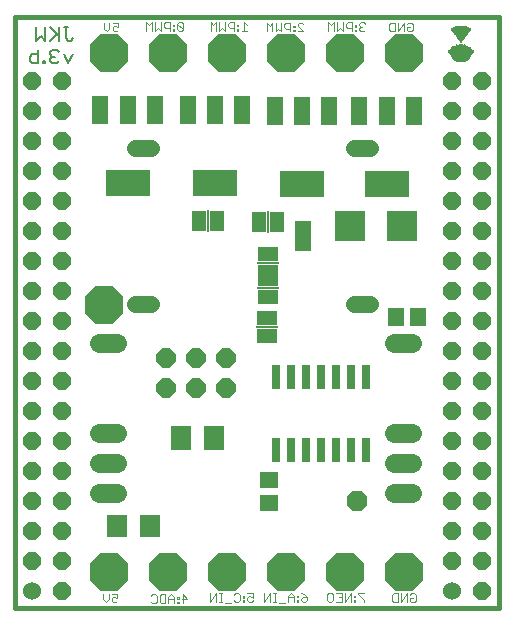
<source format=gbs>
G75*
%MOIN*%
%OFA0B0*%
%FSLAX24Y24*%
%IPPOS*%
%LPD*%
%AMOC8*
5,1,8,0,0,1.08239X$1,22.5*
%
%ADD10C,0.0160*%
%ADD11C,0.0030*%
%ADD12C,0.0060*%
%ADD13OC8,0.0640*%
%ADD14R,0.0520X0.0920*%
%ADD15R,0.1457X0.0906*%
%ADD16OC8,0.1290*%
%ADD17OC8,0.0670*%
%ADD18R,0.0670X0.0827*%
%ADD19R,0.0552X0.0631*%
%ADD20C,0.0600*%
%ADD21OC8,0.0600*%
%ADD22R,0.0540X0.1040*%
%ADD23R,0.0670X0.0749*%
%ADD24R,0.0300X0.0840*%
%ADD25R,0.0631X0.0552*%
%ADD26R,0.0500X0.0670*%
%ADD27R,0.0060X0.0720*%
%ADD28R,0.0670X0.0500*%
%ADD29R,0.0720X0.0060*%
%ADD30R,0.0312X0.0004*%
%ADD31R,0.0344X0.0004*%
%ADD32R,0.0368X0.0004*%
%ADD33R,0.0392X0.0004*%
%ADD34R,0.0408X0.0004*%
%ADD35R,0.0424X0.0004*%
%ADD36R,0.0432X0.0004*%
%ADD37R,0.0448X0.0004*%
%ADD38R,0.0456X0.0004*%
%ADD39R,0.0472X0.0004*%
%ADD40R,0.0480X0.0004*%
%ADD41R,0.0488X0.0004*%
%ADD42R,0.0496X0.0004*%
%ADD43R,0.0504X0.0004*%
%ADD44R,0.0512X0.0004*%
%ADD45R,0.0520X0.0004*%
%ADD46R,0.0528X0.0004*%
%ADD47R,0.0536X0.0004*%
%ADD48R,0.0536X0.0004*%
%ADD49R,0.0544X0.0004*%
%ADD50R,0.0552X0.0004*%
%ADD51R,0.0560X0.0004*%
%ADD52R,0.0560X0.0004*%
%ADD53R,0.0568X0.0004*%
%ADD54R,0.0576X0.0004*%
%ADD55R,0.0584X0.0004*%
%ADD56R,0.0592X0.0004*%
%ADD57R,0.0592X0.0004*%
%ADD58R,0.0600X0.0004*%
%ADD59R,0.0608X0.0004*%
%ADD60R,0.0608X0.0004*%
%ADD61R,0.0616X0.0004*%
%ADD62R,0.0624X0.0004*%
%ADD63R,0.0632X0.0004*%
%ADD64R,0.0632X0.0004*%
%ADD65R,0.0640X0.0004*%
%ADD66R,0.0648X0.0004*%
%ADD67R,0.0648X0.0004*%
%ADD68R,0.0656X0.0004*%
%ADD69R,0.0664X0.0004*%
%ADD70R,0.0664X0.0004*%
%ADD71R,0.0672X0.0004*%
%ADD72R,0.0680X0.0004*%
%ADD73R,0.0680X0.0004*%
%ADD74R,0.0688X0.0004*%
%ADD75R,0.0696X0.0004*%
%ADD76R,0.0700X0.0004*%
%ADD77R,0.0708X0.0004*%
%ADD78R,0.0716X0.0004*%
%ADD79R,0.0720X0.0004*%
%ADD80R,0.0720X0.0004*%
%ADD81R,0.0724X0.0004*%
%ADD82R,0.0808X0.0004*%
%ADD83R,0.0824X0.0004*%
%ADD84R,0.0832X0.0004*%
%ADD85R,0.0840X0.0004*%
%ADD86R,0.0848X0.0004*%
%ADD87R,0.0856X0.0004*%
%ADD88R,0.0860X0.0004*%
%ADD89R,0.0864X0.0004*%
%ADD90R,0.0864X0.0004*%
%ADD91R,0.0868X0.0004*%
%ADD92R,0.0872X0.0004*%
%ADD93R,0.0872X0.0004*%
%ADD94R,0.0860X0.0004*%
%ADD95R,0.0832X0.0004*%
%ADD96R,0.0824X0.0004*%
%ADD97R,0.0708X0.0004*%
%ADD98R,0.0712X0.0004*%
%ADD99R,0.0712X0.0004*%
%ADD100R,0.0700X0.0004*%
%ADD101R,0.0696X0.0004*%
%ADD102R,0.0692X0.0004*%
%ADD103R,0.0668X0.0004*%
%ADD104R,0.0660X0.0004*%
%ADD105R,0.0452X0.0004*%
%ADD106R,0.0188X0.0004*%
%ADD107R,0.0448X0.0004*%
%ADD108R,0.0440X0.0004*%
%ADD109R,0.0184X0.0004*%
%ADD110R,0.0432X0.0004*%
%ADD111R,0.0184X0.0004*%
%ADD112R,0.0424X0.0004*%
%ADD113R,0.0412X0.0004*%
%ADD114R,0.0128X0.0004*%
%ADD115R,0.0044X0.0004*%
%ADD116R,0.0400X0.0004*%
%ADD117R,0.0008X0.0004*%
%ADD118R,0.0388X0.0004*%
%ADD119R,0.0132X0.0004*%
%ADD120R,0.0360X0.0004*%
%ADD121R,0.0136X0.0004*%
%ADD122R,0.0340X0.0004*%
%ADD123R,0.0140X0.0004*%
%ADD124R,0.0328X0.0004*%
%ADD125R,0.0144X0.0004*%
%ADD126R,0.0324X0.0004*%
%ADD127R,0.0148X0.0004*%
%ADD128R,0.0320X0.0004*%
%ADD129R,0.0156X0.0004*%
%ADD130R,0.0316X0.0004*%
%ADD131R,0.0176X0.0004*%
%ADD132R,0.0080X0.0004*%
%ADD133R,0.0052X0.0004*%
%ADD134R,0.0380X0.0004*%
%ADD135R,0.0372X0.0004*%
%ADD136R,0.0356X0.0004*%
%ADD137R,0.0004X0.0004*%
%ADD138R,0.0308X0.0004*%
%ADD139R,0.0060X0.0004*%
%ADD140R,0.0240X0.0004*%
%ADD141R,0.0232X0.0004*%
%ADD142R,0.0044X0.0004*%
%ADD143R,0.0164X0.0004*%
%ADD144R,0.0056X0.0004*%
%ADD145R,0.0036X0.0004*%
%ADD146R,0.0156X0.0004*%
%ADD147R,0.0048X0.0004*%
%ADD148R,0.0024X0.0004*%
%ADD149R,0.0036X0.0004*%
%ADD150R,0.0016X0.0004*%
%ADD151R,0.0028X0.0004*%
%ADD152R,0.0012X0.0004*%
%ADD153R,0.0124X0.0004*%
%ADD154R,0.0108X0.0004*%
%ADD155R,0.0008X0.0004*%
%ADD156R,0.0092X0.0004*%
%ADD157R,0.0068X0.0004*%
%ADD158R,0.0008X0.0004*%
%ADD159R,0.0016X0.0004*%
%ADD160R,0.0024X0.0004*%
%ADD161R,0.0032X0.0004*%
%ADD162R,0.0032X0.0004*%
%ADD163R,0.0040X0.0004*%
%ADD164R,0.0056X0.0004*%
%ADD165R,0.0064X0.0004*%
%ADD166R,0.0072X0.0004*%
%ADD167R,0.0088X0.0004*%
%ADD168R,0.0096X0.0004*%
%ADD169R,0.0104X0.0004*%
%ADD170R,0.0112X0.0004*%
%ADD171R,0.0120X0.0004*%
%ADD172R,0.0124X0.0004*%
%ADD173R,0.0128X0.0004*%
%ADD174R,0.0144X0.0004*%
%ADD175R,0.0152X0.0004*%
%ADD176R,0.0152X0.0004*%
%ADD177R,0.0160X0.0004*%
%ADD178R,0.0168X0.0004*%
%ADD179R,0.0176X0.0004*%
%ADD180R,0.0184X0.0004*%
%ADD181R,0.0192X0.0004*%
%ADD182R,0.0200X0.0004*%
%ADD183R,0.0208X0.0004*%
%ADD184R,0.0216X0.0004*%
%ADD185R,0.0216X0.0004*%
%ADD186R,0.0224X0.0004*%
%ADD187R,0.0232X0.0004*%
%ADD188R,0.0240X0.0004*%
%ADD189R,0.0248X0.0004*%
%ADD190R,0.0256X0.0004*%
%ADD191R,0.0264X0.0004*%
%ADD192R,0.0272X0.0004*%
%ADD193R,0.0280X0.0004*%
%ADD194R,0.0288X0.0004*%
%ADD195R,0.0296X0.0004*%
%ADD196R,0.0304X0.0004*%
%ADD197R,0.0320X0.0004*%
%ADD198R,0.0328X0.0004*%
%ADD199R,0.0336X0.0004*%
%ADD200R,0.0336X0.0004*%
%ADD201R,0.0200X0.0004*%
%ADD202R,0.0128X0.0004*%
%ADD203R,0.0204X0.0004*%
%ADD204R,0.0216X0.0004*%
%ADD205R,0.0228X0.0004*%
%ADD206R,0.0416X0.0004*%
%ADD207R,0.0424X0.0004*%
%ADD208R,0.0428X0.0004*%
%ADD209R,0.0304X0.0004*%
%ADD210R,0.0180X0.0004*%
%ADD211R,0.0112X0.0004*%
%ADD212R,0.0176X0.0004*%
%ADD213R,0.0112X0.0004*%
%ADD214R,0.0132X0.0004*%
%ADD215R,0.0116X0.0004*%
%ADD216R,0.0332X0.0004*%
%ADD217R,0.0336X0.0004*%
%ADD218R,0.0480X0.0004*%
%ADD219R,0.0496X0.0004*%
%ADD220R,0.0512X0.0004*%
%ADD221R,0.0544X0.0004*%
%ADD222R,0.0208X0.0004*%
%ADD223R,0.0356X0.0004*%
%ADD224R,0.0208X0.0004*%
%ADD225R,0.0364X0.0004*%
%ADD226R,0.0212X0.0004*%
%ADD227R,0.0368X0.0004*%
%ADD228R,0.0220X0.0004*%
%ADD229R,0.0600X0.0004*%
%ADD230R,0.0356X0.0004*%
%ADD231R,0.0228X0.0004*%
%ADD232R,0.0236X0.0004*%
%ADD233R,0.0360X0.0004*%
%ADD234R,0.0368X0.0004*%
%ADD235R,0.0244X0.0004*%
%ADD236R,0.0252X0.0004*%
%ADD237R,0.0376X0.0004*%
%ADD238R,0.0672X0.0004*%
%ADD239R,0.0624X0.0004*%
%ADD240R,0.0596X0.0004*%
%ADD241R,0.0552X0.0004*%
%ADD242R,0.0456X0.0004*%
%ADD243R,0.0384X0.0004*%
%ADD244R,0.0352X0.0004*%
%ADD245R,0.0188X0.0004*%
%ADD246R,0.0108X0.0004*%
%ADD247C,0.0555*%
%ADD248R,0.0985X0.0985*%
%ADD249C,0.0640*%
D10*
X003348Y000180D02*
X019490Y000180D01*
X019490Y019865D01*
X003348Y019865D01*
X003348Y000180D01*
D11*
X006283Y000456D02*
X006283Y000649D01*
X006283Y000456D02*
X006380Y000359D01*
X006477Y000456D01*
X006477Y000649D01*
X006578Y000649D02*
X006771Y000649D01*
X006771Y000504D01*
X006674Y000553D01*
X006626Y000553D01*
X006578Y000504D01*
X006578Y000408D01*
X006626Y000359D01*
X006723Y000359D01*
X006771Y000408D01*
X007883Y000380D02*
X007932Y000332D01*
X008028Y000332D01*
X008077Y000380D01*
X008077Y000574D01*
X008028Y000622D01*
X007932Y000622D01*
X007883Y000574D01*
X008178Y000574D02*
X008178Y000380D01*
X008226Y000332D01*
X008371Y000332D01*
X008371Y000622D01*
X008226Y000622D01*
X008178Y000574D01*
X008473Y000525D02*
X008473Y000332D01*
X008473Y000477D02*
X008666Y000477D01*
X008666Y000525D02*
X008569Y000622D01*
X008473Y000525D01*
X008666Y000525D02*
X008666Y000332D01*
X008765Y000332D02*
X008813Y000332D01*
X008813Y000380D01*
X008765Y000380D01*
X008765Y000332D01*
X008765Y000477D02*
X008813Y000477D01*
X008813Y000525D01*
X008765Y000525D01*
X008765Y000477D01*
X008915Y000477D02*
X009108Y000477D01*
X008963Y000622D01*
X008963Y000332D01*
X009875Y000375D02*
X009875Y000665D01*
X010069Y000665D02*
X009875Y000375D01*
X010069Y000375D02*
X010069Y000665D01*
X010169Y000665D02*
X010265Y000665D01*
X010217Y000665D02*
X010217Y000375D01*
X010265Y000375D02*
X010169Y000375D01*
X010367Y000327D02*
X010560Y000327D01*
X010661Y000423D02*
X010710Y000375D01*
X010806Y000375D01*
X010855Y000423D01*
X010855Y000617D01*
X010806Y000665D01*
X010710Y000665D01*
X010661Y000617D01*
X010954Y000568D02*
X010954Y000520D01*
X011002Y000520D01*
X011002Y000568D01*
X010954Y000568D01*
X010954Y000423D02*
X010954Y000375D01*
X011002Y000375D01*
X011002Y000423D01*
X010954Y000423D01*
X011103Y000423D02*
X011152Y000375D01*
X011248Y000375D01*
X011297Y000423D01*
X011297Y000520D02*
X011200Y000568D01*
X011152Y000568D01*
X011103Y000520D01*
X011103Y000423D01*
X011297Y000520D02*
X011297Y000665D01*
X011103Y000665D01*
X011669Y000676D02*
X011669Y000386D01*
X011863Y000676D01*
X011863Y000386D01*
X011963Y000386D02*
X012059Y000386D01*
X012011Y000386D02*
X012011Y000676D01*
X012059Y000676D02*
X011963Y000676D01*
X012161Y000338D02*
X012354Y000338D01*
X012455Y000386D02*
X012455Y000580D01*
X012552Y000676D01*
X012649Y000580D01*
X012649Y000386D01*
X012748Y000386D02*
X012796Y000386D01*
X012796Y000434D01*
X012748Y000434D01*
X012748Y000386D01*
X012748Y000531D02*
X012796Y000531D01*
X012796Y000580D01*
X012748Y000580D01*
X012748Y000531D01*
X012649Y000531D02*
X012455Y000531D01*
X012897Y000483D02*
X012946Y000531D01*
X013091Y000531D01*
X013091Y000434D01*
X013042Y000386D01*
X012946Y000386D01*
X012897Y000434D01*
X012897Y000483D01*
X012994Y000628D02*
X012897Y000676D01*
X012994Y000628D02*
X013091Y000531D01*
X013765Y000621D02*
X013765Y000427D01*
X013814Y000379D01*
X013910Y000379D01*
X013959Y000427D01*
X013959Y000621D01*
X013910Y000669D01*
X013814Y000669D01*
X013765Y000621D01*
X014060Y000669D02*
X014253Y000669D01*
X014253Y000379D01*
X014060Y000379D01*
X014157Y000524D02*
X014253Y000524D01*
X014354Y000379D02*
X014354Y000669D01*
X014548Y000669D02*
X014354Y000379D01*
X014548Y000379D02*
X014548Y000669D01*
X014647Y000572D02*
X014647Y000524D01*
X014695Y000524D01*
X014695Y000572D01*
X014647Y000572D01*
X014647Y000427D02*
X014647Y000379D01*
X014695Y000379D01*
X014695Y000427D01*
X014647Y000427D01*
X014796Y000621D02*
X014990Y000427D01*
X014990Y000379D01*
X014990Y000669D02*
X014796Y000669D01*
X014796Y000621D01*
X015938Y000613D02*
X015938Y000419D01*
X015987Y000371D01*
X016132Y000371D01*
X016132Y000661D01*
X015987Y000661D01*
X015938Y000613D01*
X016233Y000661D02*
X016233Y000371D01*
X016427Y000661D01*
X016427Y000371D01*
X016528Y000419D02*
X016528Y000516D01*
X016624Y000516D01*
X016528Y000419D02*
X016576Y000371D01*
X016673Y000371D01*
X016721Y000419D01*
X016721Y000613D01*
X016673Y000661D01*
X016576Y000661D01*
X016528Y000613D01*
X016567Y019387D02*
X016470Y019387D01*
X016421Y019435D01*
X016421Y019532D01*
X016518Y019532D01*
X016421Y019629D02*
X016470Y019677D01*
X016567Y019677D01*
X016615Y019629D01*
X016615Y019435D01*
X016567Y019387D01*
X016320Y019387D02*
X016320Y019677D01*
X016127Y019387D01*
X016127Y019677D01*
X016026Y019677D02*
X015880Y019677D01*
X015832Y019629D01*
X015832Y019435D01*
X015880Y019387D01*
X016026Y019387D01*
X016026Y019677D01*
X015033Y019640D02*
X014985Y019689D01*
X014888Y019689D01*
X014840Y019640D01*
X014840Y019592D01*
X014888Y019544D01*
X014840Y019495D01*
X014840Y019447D01*
X014888Y019399D01*
X014985Y019399D01*
X015033Y019447D01*
X014937Y019544D02*
X014888Y019544D01*
X014739Y019544D02*
X014739Y019592D01*
X014690Y019592D01*
X014690Y019544D01*
X014739Y019544D01*
X014739Y019447D02*
X014739Y019399D01*
X014690Y019399D01*
X014690Y019447D01*
X014739Y019447D01*
X014591Y019495D02*
X014446Y019495D01*
X014398Y019544D01*
X014398Y019640D01*
X014446Y019689D01*
X014591Y019689D01*
X014591Y019399D01*
X014297Y019399D02*
X014200Y019495D01*
X014103Y019399D01*
X014103Y019689D01*
X014002Y019689D02*
X013905Y019592D01*
X013809Y019689D01*
X013809Y019399D01*
X014002Y019399D02*
X014002Y019689D01*
X014297Y019689D02*
X014297Y019399D01*
X012974Y019387D02*
X012781Y019580D01*
X012781Y019629D01*
X012829Y019677D01*
X012926Y019677D01*
X012974Y019629D01*
X012974Y019387D02*
X012781Y019387D01*
X012680Y019387D02*
X012680Y019435D01*
X012631Y019435D01*
X012631Y019387D01*
X012680Y019387D01*
X012680Y019532D02*
X012680Y019580D01*
X012631Y019580D01*
X012631Y019532D01*
X012680Y019532D01*
X012532Y019484D02*
X012387Y019484D01*
X012339Y019532D01*
X012339Y019629D01*
X012387Y019677D01*
X012532Y019677D01*
X012532Y019387D01*
X012238Y019387D02*
X012141Y019484D01*
X012044Y019387D01*
X012044Y019677D01*
X011943Y019677D02*
X011846Y019580D01*
X011749Y019677D01*
X011749Y019387D01*
X011943Y019387D02*
X011943Y019677D01*
X012238Y019677D02*
X012238Y019387D01*
X011104Y019410D02*
X010911Y019410D01*
X011007Y019410D02*
X011007Y019701D01*
X011104Y019604D01*
X010809Y019604D02*
X010809Y019556D01*
X010761Y019556D01*
X010761Y019604D01*
X010809Y019604D01*
X010809Y019459D02*
X010809Y019410D01*
X010761Y019410D01*
X010761Y019459D01*
X010809Y019459D01*
X010662Y019507D02*
X010517Y019507D01*
X010469Y019556D01*
X010469Y019652D01*
X010517Y019701D01*
X010662Y019701D01*
X010662Y019410D01*
X010368Y019410D02*
X010271Y019507D01*
X010174Y019410D01*
X010174Y019701D01*
X010073Y019701D02*
X009976Y019604D01*
X009879Y019701D01*
X009879Y019410D01*
X010073Y019410D02*
X010073Y019701D01*
X010368Y019701D02*
X010368Y019410D01*
X008962Y019459D02*
X008914Y019410D01*
X008817Y019410D01*
X008769Y019459D01*
X008769Y019652D01*
X008962Y019459D01*
X008962Y019652D01*
X008914Y019701D01*
X008817Y019701D01*
X008769Y019652D01*
X008668Y019604D02*
X008619Y019604D01*
X008619Y019556D01*
X008668Y019556D01*
X008668Y019604D01*
X008668Y019459D02*
X008668Y019410D01*
X008619Y019410D01*
X008619Y019459D01*
X008668Y019459D01*
X008520Y019507D02*
X008375Y019507D01*
X008327Y019556D01*
X008327Y019652D01*
X008375Y019701D01*
X008520Y019701D01*
X008520Y019410D01*
X008226Y019410D02*
X008226Y019701D01*
X008032Y019701D02*
X008032Y019410D01*
X008129Y019507D01*
X008226Y019410D01*
X007931Y019410D02*
X007931Y019701D01*
X007834Y019604D01*
X007738Y019701D01*
X007738Y019410D01*
X006805Y019435D02*
X006756Y019387D01*
X006659Y019387D01*
X006611Y019435D01*
X006611Y019532D01*
X006659Y019580D01*
X006708Y019580D01*
X006805Y019532D01*
X006805Y019677D01*
X006611Y019677D01*
X006510Y019677D02*
X006510Y019484D01*
X006413Y019387D01*
X006316Y019484D01*
X006316Y019677D01*
D12*
X005289Y019154D02*
X005215Y019080D01*
X005142Y019080D01*
X005069Y019154D01*
X005069Y019521D01*
X005142Y019521D02*
X004995Y019521D01*
X004828Y019521D02*
X004828Y019080D01*
X004828Y019227D02*
X004535Y019521D01*
X004368Y019521D02*
X004368Y019080D01*
X004221Y019227D01*
X004074Y019080D01*
X004074Y019521D01*
X004535Y019080D02*
X004755Y019301D01*
X004755Y018771D02*
X004608Y018771D01*
X004535Y018697D01*
X004535Y018624D01*
X004608Y018551D01*
X004535Y018477D01*
X004535Y018404D01*
X004608Y018330D01*
X004755Y018330D01*
X004828Y018404D01*
X004682Y018551D02*
X004608Y018551D01*
X004828Y018697D02*
X004755Y018771D01*
X004995Y018624D02*
X005142Y018330D01*
X005289Y018624D01*
X004368Y018404D02*
X004295Y018404D01*
X004295Y018330D01*
X004368Y018330D01*
X004368Y018404D01*
X004138Y018330D02*
X003918Y018330D01*
X003844Y018404D01*
X003844Y018551D01*
X003918Y018624D01*
X004138Y018624D01*
X004138Y018771D02*
X004138Y018330D01*
D13*
X008388Y008507D03*
X009388Y008507D03*
X010388Y008507D03*
X010388Y007507D03*
X009388Y007507D03*
X008388Y007507D03*
D14*
X008022Y016778D03*
X007112Y016778D03*
X006202Y016778D03*
X009120Y016762D03*
X010029Y016762D03*
X010939Y016762D03*
X012021Y016747D03*
X012931Y016747D03*
X013841Y016747D03*
X014836Y016747D03*
X015746Y016747D03*
X016656Y016747D03*
D15*
X015746Y014306D03*
X012931Y014306D03*
X010029Y014322D03*
X007112Y014338D03*
D16*
X006331Y010271D03*
X006498Y018684D03*
X008466Y018684D03*
X010435Y018684D03*
X012403Y018684D03*
X014372Y018684D03*
X016340Y018684D03*
X016340Y001361D03*
X014372Y001361D03*
X012403Y001361D03*
X010435Y001361D03*
X008466Y001361D03*
X006498Y001361D03*
D17*
X014750Y003741D03*
D18*
X009981Y005840D03*
X008879Y005840D03*
D19*
X016054Y009865D03*
X016802Y009865D03*
D20*
X017919Y000735D03*
X003919Y000735D03*
D21*
X004919Y000735D03*
X004919Y001735D03*
X003919Y001735D03*
X003919Y002735D03*
X004919Y002735D03*
X004919Y003735D03*
X003919Y003735D03*
X003919Y004735D03*
X004919Y004735D03*
X004919Y005735D03*
X003919Y005735D03*
X003919Y006735D03*
X004919Y006735D03*
X004919Y007735D03*
X003919Y007735D03*
X003919Y008735D03*
X004919Y008735D03*
X004919Y009735D03*
X003919Y009735D03*
X003919Y010735D03*
X004919Y010735D03*
X004919Y011735D03*
X003919Y011735D03*
X003919Y012735D03*
X004919Y012735D03*
X004919Y013735D03*
X003919Y013735D03*
X003919Y014735D03*
X004919Y014735D03*
X004919Y015735D03*
X003919Y015735D03*
X003919Y016735D03*
X004919Y016735D03*
X004919Y017735D03*
X003919Y017735D03*
X017919Y017735D03*
X018919Y017735D03*
X018919Y016735D03*
X017919Y016735D03*
X017919Y015735D03*
X018919Y015735D03*
X018919Y014735D03*
X017919Y014735D03*
X017919Y013735D03*
X018919Y013735D03*
X018919Y012735D03*
X017919Y012735D03*
X017919Y011735D03*
X018919Y011735D03*
X018919Y010735D03*
X017919Y010735D03*
X017919Y009735D03*
X018919Y009735D03*
X018919Y008735D03*
X017919Y008735D03*
X017919Y007735D03*
X018919Y007735D03*
X018919Y006735D03*
X017919Y006735D03*
X017919Y005735D03*
X018919Y005735D03*
X018919Y004735D03*
X017919Y004735D03*
X017919Y003735D03*
X018919Y003735D03*
X018919Y002735D03*
X017919Y002735D03*
X017919Y001735D03*
X018919Y001735D03*
X018919Y000735D03*
D22*
X012964Y012583D03*
D23*
X007859Y002920D03*
X006756Y002920D03*
D24*
X012052Y005443D03*
X012552Y005443D03*
X013052Y005443D03*
X013552Y005443D03*
X014052Y005443D03*
X014552Y005443D03*
X015052Y005443D03*
X015052Y007863D03*
X014552Y007863D03*
X014052Y007863D03*
X013552Y007863D03*
X013052Y007863D03*
X012552Y007863D03*
X012052Y007863D03*
D25*
X011820Y004433D03*
X011820Y003685D03*
D26*
X012100Y013037D03*
X011500Y013037D03*
X010090Y013068D03*
X009490Y013068D03*
D27*
X009790Y013068D03*
X011800Y013037D03*
D28*
X011786Y011955D03*
X011786Y011355D03*
X011786Y011128D03*
X011786Y010528D03*
X011773Y009845D03*
X011773Y009245D03*
D29*
X011773Y009545D03*
X011786Y010828D03*
X011786Y011655D03*
D30*
X018228Y018382D03*
X018224Y018894D03*
X018228Y019194D03*
X018228Y019198D03*
D31*
X018228Y018386D03*
D32*
X018228Y018390D03*
D33*
X018228Y018394D03*
X018252Y018878D03*
D34*
X018228Y019258D03*
X018228Y019262D03*
X018228Y019518D03*
X018228Y018398D03*
D35*
X018228Y018402D03*
D36*
X018228Y018406D03*
X018228Y019278D03*
X018228Y019514D03*
D37*
X018228Y018410D03*
D38*
X018228Y018414D03*
D39*
X018228Y018418D03*
D40*
X018228Y018422D03*
X018228Y019506D03*
D41*
X018228Y019314D03*
X018228Y018426D03*
D42*
X018228Y018430D03*
D43*
X018228Y018434D03*
X018228Y019326D03*
D44*
X018228Y019498D03*
X018228Y018438D03*
D45*
X018228Y018442D03*
X018228Y019334D03*
X018228Y019338D03*
D46*
X018228Y019342D03*
X018228Y018446D03*
D47*
X018228Y018450D03*
D48*
X018228Y018454D03*
X018228Y019346D03*
X018228Y019494D03*
D49*
X018228Y019354D03*
X018228Y018458D03*
D50*
X018228Y018462D03*
X018228Y019358D03*
D51*
X018228Y019362D03*
X018228Y018466D03*
D52*
X018228Y018470D03*
D53*
X018228Y018474D03*
X018228Y019366D03*
X018228Y019486D03*
D54*
X018228Y018482D03*
X018228Y018478D03*
D55*
X018228Y018486D03*
X018228Y019482D03*
D56*
X018228Y018490D03*
D57*
X018228Y018494D03*
D58*
X018228Y018498D03*
X018228Y018502D03*
D59*
X018228Y018506D03*
X018228Y019474D03*
D60*
X018228Y018510D03*
D61*
X018228Y018514D03*
X018228Y018518D03*
D62*
X018228Y018522D03*
X018228Y018526D03*
D63*
X018228Y018530D03*
D64*
X018228Y018534D03*
X018228Y019466D03*
D65*
X018228Y018542D03*
X018228Y018538D03*
D66*
X018228Y018546D03*
X018228Y018554D03*
X018228Y019462D03*
D67*
X018228Y018550D03*
D68*
X018228Y018558D03*
X018228Y018562D03*
X018228Y019426D03*
X018228Y019458D03*
D69*
X018228Y019454D03*
X018228Y019434D03*
X018228Y018566D03*
D70*
X018228Y018570D03*
X018228Y019430D03*
D71*
X018228Y019438D03*
X018224Y018806D03*
X018228Y018582D03*
X018228Y018578D03*
X018228Y018574D03*
D72*
X018228Y018586D03*
X018228Y018802D03*
X018228Y019442D03*
X018228Y019446D03*
D73*
X018228Y018590D03*
D74*
X018228Y018594D03*
X018228Y018598D03*
X018228Y018798D03*
D75*
X018228Y018606D03*
X018228Y018602D03*
D76*
X018226Y018610D03*
D77*
X018226Y018614D03*
X018226Y018618D03*
D78*
X018226Y018622D03*
X018226Y018626D03*
D79*
X018228Y018630D03*
D80*
X018228Y018634D03*
D81*
X018230Y018638D03*
D82*
X018228Y018642D03*
X018228Y018734D03*
D83*
X018228Y018646D03*
D84*
X018228Y018650D03*
D85*
X018228Y018654D03*
X018228Y018722D03*
D86*
X018228Y018718D03*
X018228Y018658D03*
D87*
X018228Y018662D03*
X018228Y018714D03*
D88*
X018230Y018666D03*
D89*
X018228Y018670D03*
D90*
X018228Y018674D03*
X018228Y018702D03*
X018228Y018706D03*
D91*
X018230Y018698D03*
X018230Y018682D03*
X018230Y018678D03*
D92*
X018228Y018686D03*
X018228Y018694D03*
D93*
X018228Y018690D03*
D94*
X018230Y018710D03*
D95*
X018228Y018726D03*
D96*
X018228Y018730D03*
D97*
X018238Y018766D03*
X018234Y018778D03*
D98*
X018236Y018770D03*
D99*
X018236Y018774D03*
D100*
X018234Y018782D03*
X018234Y018786D03*
D101*
X018232Y018790D03*
D102*
X018230Y018794D03*
D103*
X018222Y018810D03*
D104*
X018222Y018814D03*
X018222Y018818D03*
D105*
X018122Y018822D03*
D106*
X018454Y018838D03*
X018458Y018826D03*
X018458Y018822D03*
D107*
X018120Y018826D03*
D108*
X018120Y018830D03*
D109*
X018456Y018830D03*
D110*
X018120Y018834D03*
D111*
X018456Y018834D03*
D112*
X018116Y018838D03*
D113*
X018114Y018842D03*
D114*
X018416Y018846D03*
X018420Y018842D03*
X018336Y019218D03*
X018340Y019222D03*
D115*
X018526Y018842D03*
D116*
X018112Y018846D03*
X018228Y019254D03*
D117*
X018228Y018994D03*
X018544Y018846D03*
D118*
X018110Y018850D03*
D119*
X018410Y018850D03*
X018066Y019290D03*
D120*
X018116Y019378D03*
X018100Y018854D03*
D121*
X018228Y018922D03*
X018228Y019078D03*
X018348Y019238D03*
X018408Y018854D03*
D122*
X018094Y018858D03*
D123*
X018402Y018858D03*
X018350Y019242D03*
D124*
X018160Y019298D03*
X018096Y018862D03*
D125*
X018396Y018862D03*
D126*
X018098Y018866D03*
D127*
X018226Y018918D03*
X018390Y018866D03*
D128*
X018104Y018870D03*
X018228Y019530D03*
D129*
X018346Y019250D03*
X018382Y018870D03*
D130*
X018110Y018874D03*
D131*
X018364Y018874D03*
D132*
X018228Y019038D03*
X018228Y019042D03*
X018000Y018878D03*
D133*
X018002Y018882D03*
X018102Y018906D03*
D134*
X018250Y018882D03*
D135*
X018246Y018886D03*
D136*
X018242Y018890D03*
X018122Y019370D03*
D137*
X018394Y018894D03*
D138*
X018222Y018898D03*
D139*
X018102Y018902D03*
D140*
X018256Y018902D03*
X018228Y019146D03*
X018028Y019414D03*
X018228Y019538D03*
D141*
X018040Y019394D03*
X018036Y019398D03*
X018256Y018906D03*
D142*
X018098Y018910D03*
D143*
X018226Y018910D03*
D144*
X018340Y018910D03*
D145*
X018098Y018914D03*
D146*
X018226Y018914D03*
D147*
X018228Y019018D03*
X018344Y018914D03*
D148*
X018096Y018918D03*
D149*
X018226Y018942D03*
X018346Y018918D03*
D150*
X018352Y018926D03*
X018096Y018922D03*
D151*
X018350Y018922D03*
D152*
X018094Y018926D03*
D153*
X018226Y018926D03*
X018070Y019282D03*
X018402Y019306D03*
D154*
X018226Y018930D03*
D155*
X018356Y018930D03*
D156*
X018226Y018934D03*
D157*
X018226Y018938D03*
D158*
X018228Y018990D03*
D159*
X018228Y018998D03*
D160*
X018228Y019002D03*
D161*
X018228Y019006D03*
D162*
X018228Y019010D03*
D163*
X018228Y019014D03*
D164*
X018228Y019022D03*
X018228Y019026D03*
D165*
X018228Y019030D03*
D166*
X018228Y019034D03*
D167*
X018228Y019046D03*
D168*
X018228Y019050D03*
D169*
X018228Y019054D03*
X018228Y019058D03*
D170*
X018228Y019062D03*
D171*
X018228Y019066D03*
X018404Y019302D03*
D172*
X018226Y019070D03*
D173*
X018228Y019074D03*
X018344Y019226D03*
X018348Y019234D03*
X018068Y019286D03*
D174*
X018228Y019082D03*
X018348Y019246D03*
D175*
X018228Y019086D03*
D176*
X018228Y019090D03*
D177*
X018228Y019094D03*
D178*
X018228Y019098D03*
X018228Y019102D03*
D179*
X018228Y019106D03*
D180*
X018228Y019110D03*
D181*
X018228Y019114D03*
X018228Y019118D03*
D182*
X018228Y019122D03*
X018156Y019218D03*
X018152Y019222D03*
X018148Y019226D03*
D183*
X018144Y019238D03*
X018228Y019126D03*
D184*
X018228Y019130D03*
D185*
X018228Y019134D03*
D186*
X018228Y019138D03*
D187*
X018228Y019142D03*
X018032Y019406D03*
D188*
X018228Y019150D03*
D189*
X018228Y019154D03*
D190*
X018228Y019158D03*
D191*
X018228Y019162D03*
X018228Y019166D03*
D192*
X018228Y019170D03*
D193*
X018228Y019174D03*
X018228Y019534D03*
D194*
X018228Y019182D03*
X018228Y019178D03*
D195*
X018228Y019186D03*
D196*
X018228Y019190D03*
D197*
X018228Y019202D03*
D198*
X018228Y019206D03*
D199*
X018228Y019210D03*
D200*
X018228Y019214D03*
D201*
X018148Y019230D03*
D202*
X018344Y019230D03*
D203*
X018414Y019374D03*
X018146Y019234D03*
D204*
X018144Y019242D03*
X018144Y019246D03*
D205*
X018146Y019250D03*
D206*
X018228Y019266D03*
D207*
X018228Y019270D03*
D208*
X018230Y019274D03*
D209*
X018296Y019282D03*
D210*
X018238Y019286D03*
X018234Y019294D03*
D211*
X018396Y019286D03*
X018400Y019294D03*
D212*
X018236Y019290D03*
D213*
X018400Y019290D03*
D214*
X018066Y019294D03*
D215*
X018402Y019298D03*
D216*
X018158Y019302D03*
D217*
X018160Y019306D03*
D218*
X018228Y019310D03*
D219*
X018228Y019318D03*
X018228Y019322D03*
X018228Y019502D03*
D220*
X018228Y019330D03*
D221*
X018228Y019350D03*
D222*
X018408Y019370D03*
D223*
X018358Y019398D03*
X018358Y019402D03*
X018118Y019374D03*
D224*
X018416Y019378D03*
D225*
X018114Y019382D03*
D226*
X018418Y019382D03*
D227*
X018116Y019386D03*
D228*
X018414Y019386D03*
D229*
X018228Y019390D03*
D230*
X018354Y019394D03*
X018362Y019406D03*
D231*
X018034Y019402D03*
D232*
X018030Y019410D03*
D233*
X018364Y019410D03*
D234*
X018364Y019414D03*
X018364Y019418D03*
D235*
X018030Y019418D03*
D236*
X018030Y019422D03*
D237*
X018364Y019422D03*
D238*
X018228Y019450D03*
D239*
X018228Y019470D03*
D240*
X018230Y019478D03*
D241*
X018228Y019490D03*
D242*
X018228Y019510D03*
D243*
X018228Y019522D03*
D244*
X018228Y019526D03*
D245*
X018226Y019542D03*
D246*
X018230Y019546D03*
D247*
X015186Y015520D02*
X014671Y015520D01*
X014671Y010320D02*
X015186Y010320D01*
X007886Y010320D02*
X007371Y010320D01*
X007371Y015520D02*
X007886Y015520D01*
D248*
X014517Y012890D03*
X016249Y012890D03*
D249*
X015993Y009010D02*
X016593Y009010D01*
X016593Y006010D02*
X015993Y006010D01*
X015993Y005010D02*
X016593Y005010D01*
X016593Y004010D02*
X015993Y004010D01*
X006758Y003990D02*
X006158Y003990D01*
X006158Y004990D02*
X006758Y004990D01*
X006758Y005990D02*
X006158Y005990D01*
X006158Y008990D02*
X006758Y008990D01*
M02*

</source>
